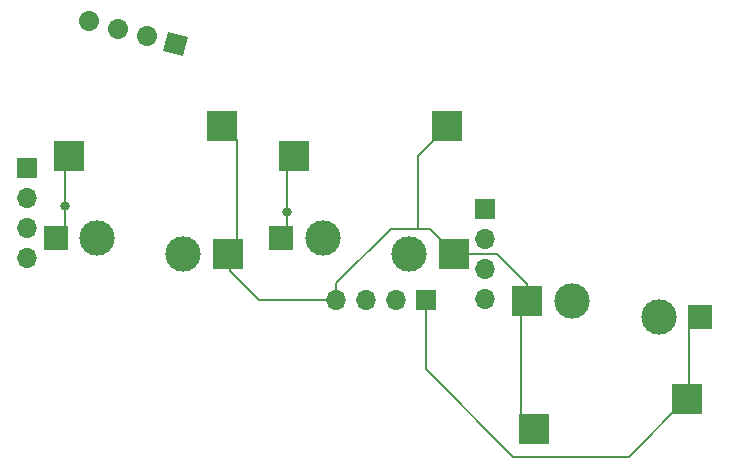
<source format=gbr>
G04 #@! TF.GenerationSoftware,KiCad,Pcbnew,(5.1.4)-1*
G04 #@! TF.CreationDate,2023-09-09T05:28:41-04:00*
G04 #@! TF.ProjectId,ThumbsUp,5468756d-6273-4557-902e-6b696361645f,rev?*
G04 #@! TF.SameCoordinates,Original*
G04 #@! TF.FileFunction,Copper,L2,Bot*
G04 #@! TF.FilePolarity,Positive*
%FSLAX46Y46*%
G04 Gerber Fmt 4.6, Leading zero omitted, Abs format (unit mm)*
G04 Created by KiCad (PCBNEW (5.1.4)-1) date 2023-09-09 05:28:41*
%MOMM*%
%LPD*%
G04 APERTURE LIST*
%ADD10R,2.550000X2.500000*%
%ADD11R,2.000000X2.000000*%
%ADD12C,3.000000*%
%ADD13C,1.700000*%
%ADD14C,1.700000*%
%ADD15C,0.100000*%
%ADD16O,1.700000X1.700000*%
%ADD17R,1.700000X1.700000*%
%ADD18C,0.800000*%
%ADD19C,0.200000*%
G04 APERTURE END LIST*
D10*
X-39820000Y-417010061D03*
D11*
X-25220000Y-418360061D03*
D12*
X-28720000Y-418360061D03*
X-36020000Y-417010061D03*
D10*
X-39262000Y-427840061D03*
X-26335000Y-425300061D03*
X-65150000Y-412971918D03*
D11*
X-79750000Y-411621918D03*
D12*
X-76250000Y-411621918D03*
X-68950000Y-412971918D03*
D10*
X-65708000Y-402141918D03*
X-78635000Y-404681918D03*
D13*
X-76978748Y-393274931D03*
D14*
X-76978748Y-393274931D02*
X-76978748Y-393274931D01*
D13*
X-74525296Y-393932331D03*
D14*
X-74525296Y-393932331D02*
X-74525296Y-393932331D01*
D13*
X-72071845Y-394589732D03*
D14*
X-72071845Y-394589732D02*
X-72071845Y-394589732D01*
D13*
X-69618393Y-395247132D03*
D15*
G36*
X-69017352Y-396288165D02*
G01*
X-70659426Y-395848173D01*
X-70219434Y-394206099D01*
X-68577360Y-394646091D01*
X-69017352Y-396288165D01*
X-69017352Y-396288165D01*
G37*
D16*
X-43433013Y-416833573D03*
X-43433013Y-414293573D03*
X-43433013Y-411753573D03*
D17*
X-43433013Y-409213573D03*
D16*
X-56023868Y-416901045D03*
X-53483868Y-416901045D03*
X-50943868Y-416901045D03*
D17*
X-48403868Y-416901045D03*
D16*
X-82155511Y-413349102D03*
X-82155511Y-410809102D03*
X-82155511Y-408269102D03*
D17*
X-82155511Y-405729102D03*
D10*
X-46070455Y-412971918D03*
D11*
X-60670455Y-411621918D03*
D12*
X-57170455Y-411621918D03*
X-49870455Y-412971918D03*
D10*
X-46628455Y-402141918D03*
X-59555455Y-404681918D03*
D18*
X-60210000Y-409470000D03*
X-79010000Y-408970000D03*
D19*
X-59415455Y-404681918D02*
X-60210000Y-405476463D01*
X-60530455Y-411621918D02*
X-60210000Y-411301463D01*
X-60210000Y-411301463D02*
X-60210000Y-409470000D01*
X-60210000Y-408970000D02*
X-60210000Y-409470000D01*
X-60210000Y-405476463D02*
X-60210000Y-408970000D01*
X-79010000Y-405196918D02*
X-79010000Y-408970000D01*
X-78495000Y-404681918D02*
X-79010000Y-405196918D01*
X-79610000Y-411621918D02*
X-79010000Y-411021918D01*
X-79010000Y-411021918D02*
X-79010000Y-409470000D01*
X-79010000Y-409470000D02*
X-79010000Y-408970000D01*
X-41020000Y-430170000D02*
X-31229939Y-430170000D01*
X-31229939Y-430170000D02*
X-26360000Y-425300061D01*
X-26360000Y-425300061D02*
X-26335000Y-425300061D01*
X-48403868Y-416901045D02*
X-48403868Y-422786132D01*
X-48403868Y-422786132D02*
X-41020000Y-430170000D01*
X-26170000Y-419310061D02*
X-26170000Y-425135061D01*
X-25220000Y-418360061D02*
X-26170000Y-419310061D01*
X-26170000Y-425135061D02*
X-26335000Y-425300061D01*
X-42408143Y-412971918D02*
X-39820000Y-415560061D01*
X-39519939Y-427840061D02*
X-40380000Y-426980000D01*
X-39820000Y-417070000D02*
X-39820000Y-417010061D01*
X-39262000Y-427840061D02*
X-39519939Y-427840061D01*
X-40380000Y-426980000D02*
X-40380000Y-417630000D01*
X-40380000Y-417630000D02*
X-39820000Y-417070000D01*
X-46070455Y-412971918D02*
X-42408143Y-412971918D01*
X-39820000Y-415560061D02*
X-39820000Y-417010061D01*
X-51410000Y-410870000D02*
X-49110000Y-410870000D01*
X-62530873Y-416901045D02*
X-65010000Y-414421918D01*
X-56010000Y-415470000D02*
X-51410000Y-410870000D01*
X-49110000Y-404738463D02*
X-49110000Y-410870000D01*
X-65010000Y-412971918D02*
X-64410000Y-412371918D01*
X-56010000Y-416887177D02*
X-56010000Y-415470000D01*
X-65010000Y-414421918D02*
X-65010000Y-412971918D01*
X-46513455Y-402141918D02*
X-49110000Y-404738463D01*
X-48057373Y-410870000D02*
X-45955455Y-412971918D01*
X-46488455Y-402141918D02*
X-46513455Y-402141918D01*
X-64410000Y-412371918D02*
X-64410000Y-403299918D01*
X-64410000Y-403299918D02*
X-65568000Y-402141918D01*
X-45955455Y-412971918D02*
X-45930455Y-412971918D01*
X-56023868Y-416901045D02*
X-56010000Y-416887177D01*
X-56023868Y-416901045D02*
X-62530873Y-416901045D01*
X-49110000Y-410870000D02*
X-48057373Y-410870000D01*
M02*

</source>
